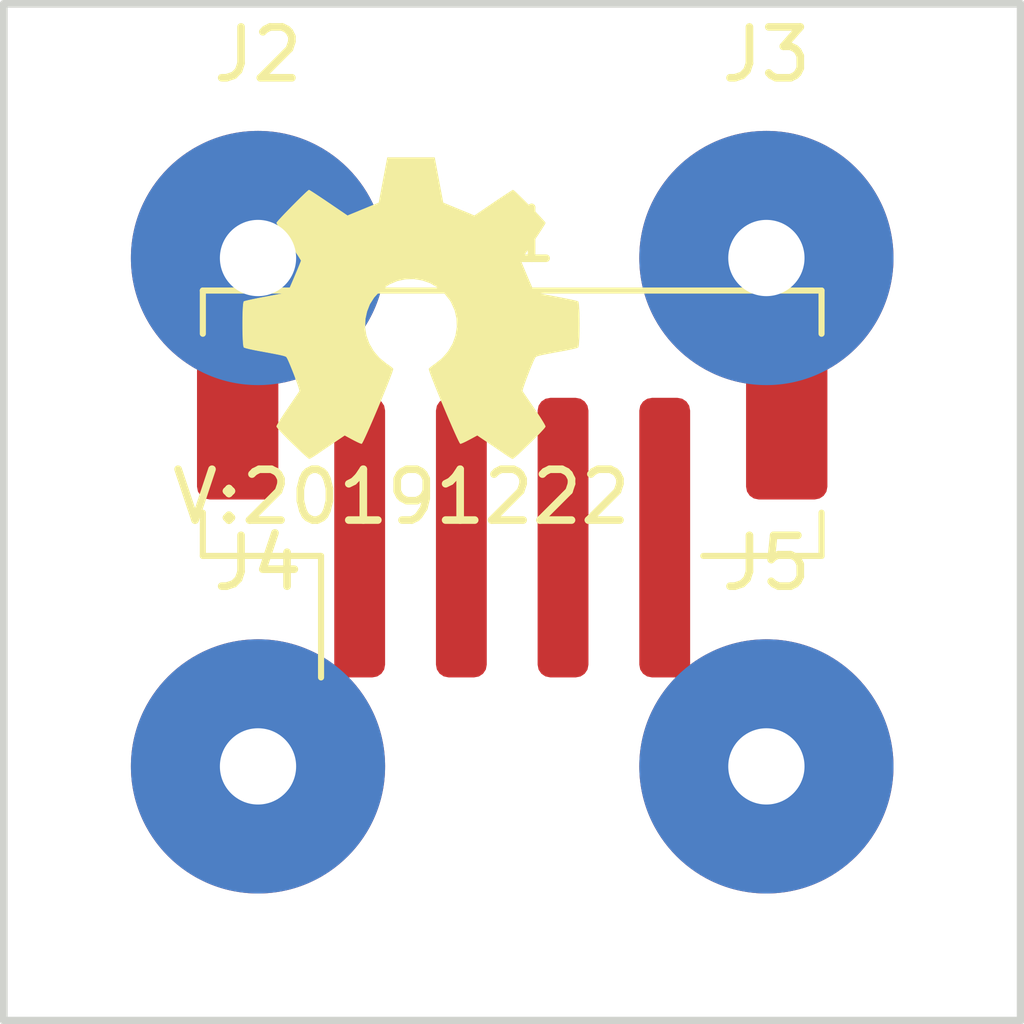
<source format=kicad_pcb>
(kicad_pcb (version 20171130) (host pcbnew 5.1.5-52549c5~84~ubuntu18.04.1)

  (general
    (thickness 1.6)
    (drawings 4)
    (tracks 0)
    (zones 0)
    (modules 7)
    (nets 5)
  )

  (page A4)
  (layers
    (0 F.Cu signal)
    (31 B.Cu signal)
    (32 B.Adhes user)
    (33 F.Adhes user)
    (34 B.Paste user)
    (35 F.Paste user)
    (36 B.SilkS user)
    (37 F.SilkS user)
    (38 B.Mask user)
    (39 F.Mask user)
    (40 Dwgs.User user)
    (41 Cmts.User user)
    (42 Eco1.User user)
    (43 Eco2.User user)
    (44 Edge.Cuts user)
    (45 Margin user)
    (46 B.CrtYd user)
    (47 F.CrtYd user)
    (48 B.Fab user)
    (49 F.Fab user)
  )

  (setup
    (last_trace_width 0.1524)
    (user_trace_width 0.1524)
    (user_trace_width 0.2)
    (user_trace_width 0.3)
    (user_trace_width 0.4)
    (user_trace_width 0.6)
    (user_trace_width 1)
    (user_trace_width 1.5)
    (user_trace_width 2)
    (trace_clearance 0.1524)
    (zone_clearance 0.508)
    (zone_45_only no)
    (trace_min 0.1524)
    (via_size 0.381)
    (via_drill 0.254)
    (via_min_size 0.381)
    (via_min_drill 0.254)
    (user_via 0.4 0.254)
    (user_via 0.6 0.4)
    (user_via 0.8 0.6)
    (user_via 1 0.8)
    (user_via 1.3 1)
    (user_via 1.5 1.2)
    (user_via 1.7 1.4)
    (user_via 1.9 1.6)
    (uvia_size 0.381)
    (uvia_drill 0.254)
    (uvias_allowed no)
    (uvia_min_size 0.381)
    (uvia_min_drill 0.254)
    (edge_width 0.15)
    (segment_width 0.2)
    (pcb_text_width 0.3)
    (pcb_text_size 1.5 1.5)
    (mod_edge_width 0.15)
    (mod_text_size 1 1)
    (mod_text_width 0.15)
    (pad_size 1.524 1.524)
    (pad_drill 0.762)
    (pad_to_mask_clearance 0.1)
    (solder_mask_min_width 0.1)
    (aux_axis_origin 0 0)
    (visible_elements FFFFFF7F)
    (pcbplotparams
      (layerselection 0x010fc_ffffffff)
      (usegerberextensions true)
      (usegerberattributes false)
      (usegerberadvancedattributes false)
      (creategerberjobfile false)
      (excludeedgelayer true)
      (linewidth 0.100000)
      (plotframeref false)
      (viasonmask false)
      (mode 1)
      (useauxorigin false)
      (hpglpennumber 1)
      (hpglpenspeed 20)
      (hpglpendiameter 15.000000)
      (psnegative false)
      (psa4output false)
      (plotreference true)
      (plotvalue true)
      (plotinvisibletext false)
      (padsonsilk false)
      (subtractmaskfromsilk false)
      (outputformat 1)
      (mirror false)
      (drillshape 0)
      (scaleselection 1)
      (outputdirectory "OSH_Park_2_layer_plots"))
  )

  (net 0 "")
  (net 1 /Electrode_B2)
  (net 2 /Electrode_A2)
  (net 3 /Electrode_B1)
  (net 4 /Electrode_A1)

  (net_class Default "This is the default net class."
    (clearance 0.1524)
    (trace_width 0.1524)
    (via_dia 0.381)
    (via_drill 0.254)
    (uvia_dia 0.381)
    (uvia_drill 0.254)
    (add_net /Electrode_A1)
    (add_net /Electrode_A2)
    (add_net /Electrode_B1)
    (add_net /Electrode_B2)
  )

  (module Connector_JST:JST_PH_B4B-PH-SM4-TB_1x04-1MP_P2.00mm_Vertical (layer F.Cu) (tedit 5B78AD87) (tstamp 5E005AD7)
    (at 150 105)
    (descr "JST PH series connector, B4B-PH-SM4-TB (http://www.jst-mfg.com/product/pdf/eng/ePH.pdf), generated with kicad-footprint-generator")
    (tags "connector JST PH side entry")
    (path /5DFFF607)
    (attr smd)
    (fp_text reference J1 (at 0 -5.45) (layer F.SilkS)
      (effects (font (size 1 1) (thickness 0.15)))
    )
    (fp_text value Conn_01x04 (at 0 4.45) (layer F.Fab)
      (effects (font (size 1 1) (thickness 0.15)))
    )
    (fp_text user %R (at 0 -1) (layer F.Fab)
      (effects (font (size 1 1) (thickness 0.15)))
    )
    (fp_line (start -3 0.042893) (end -2.5 0.75) (layer F.Fab) (width 0.1))
    (fp_line (start -3.5 0.75) (end -3 0.042893) (layer F.Fab) (width 0.1))
    (fp_line (start 6.7 -4.75) (end -6.7 -4.75) (layer F.CrtYd) (width 0.05))
    (fp_line (start 6.7 3.75) (end 6.7 -4.75) (layer F.CrtYd) (width 0.05))
    (fp_line (start -6.7 3.75) (end 6.7 3.75) (layer F.CrtYd) (width 0.05))
    (fp_line (start -6.7 -4.75) (end -6.7 3.75) (layer F.CrtYd) (width 0.05))
    (fp_line (start 3.25 -2.75) (end 2.75 -2.75) (layer F.Fab) (width 0.1))
    (fp_line (start 3.25 -2.25) (end 3.25 -2.75) (layer F.Fab) (width 0.1))
    (fp_line (start 2.75 -2.25) (end 3.25 -2.25) (layer F.Fab) (width 0.1))
    (fp_line (start 2.75 -2.75) (end 2.75 -2.25) (layer F.Fab) (width 0.1))
    (fp_line (start 1.25 -2.75) (end 0.75 -2.75) (layer F.Fab) (width 0.1))
    (fp_line (start 1.25 -2.25) (end 1.25 -2.75) (layer F.Fab) (width 0.1))
    (fp_line (start 0.75 -2.25) (end 1.25 -2.25) (layer F.Fab) (width 0.1))
    (fp_line (start 0.75 -2.75) (end 0.75 -2.25) (layer F.Fab) (width 0.1))
    (fp_line (start -0.75 -2.75) (end -1.25 -2.75) (layer F.Fab) (width 0.1))
    (fp_line (start -0.75 -2.25) (end -0.75 -2.75) (layer F.Fab) (width 0.1))
    (fp_line (start -1.25 -2.25) (end -0.75 -2.25) (layer F.Fab) (width 0.1))
    (fp_line (start -1.25 -2.75) (end -1.25 -2.25) (layer F.Fab) (width 0.1))
    (fp_line (start -2.75 -2.75) (end -3.25 -2.75) (layer F.Fab) (width 0.1))
    (fp_line (start -2.75 -2.25) (end -2.75 -2.75) (layer F.Fab) (width 0.1))
    (fp_line (start -3.25 -2.25) (end -2.75 -2.25) (layer F.Fab) (width 0.1))
    (fp_line (start -3.25 -2.75) (end -3.25 -2.25) (layer F.Fab) (width 0.1))
    (fp_line (start 5.975 0.75) (end 5.975 -4.25) (layer F.Fab) (width 0.1))
    (fp_line (start -5.975 0.75) (end -5.975 -4.25) (layer F.Fab) (width 0.1))
    (fp_line (start -5.975 -4.25) (end 5.975 -4.25) (layer F.Fab) (width 0.1))
    (fp_line (start 6.085 -4.36) (end 6.085 -3.51) (layer F.SilkS) (width 0.12))
    (fp_line (start -6.085 -4.36) (end 6.085 -4.36) (layer F.SilkS) (width 0.12))
    (fp_line (start -6.085 -3.51) (end -6.085 -4.36) (layer F.SilkS) (width 0.12))
    (fp_line (start 6.085 0.86) (end 3.76 0.86) (layer F.SilkS) (width 0.12))
    (fp_line (start 6.085 0.01) (end 6.085 0.86) (layer F.SilkS) (width 0.12))
    (fp_line (start -3.76 0.86) (end -3.76 3.25) (layer F.SilkS) (width 0.12))
    (fp_line (start -6.085 0.86) (end -3.76 0.86) (layer F.SilkS) (width 0.12))
    (fp_line (start -6.085 0.01) (end -6.085 0.86) (layer F.SilkS) (width 0.12))
    (fp_line (start -5.975 0.75) (end 5.975 0.75) (layer F.Fab) (width 0.1))
    (pad MP smd roundrect (at 5.4 -1.75) (size 1.6 3) (layers F.Cu F.Paste F.Mask) (roundrect_rratio 0.15625))
    (pad MP smd roundrect (at -5.4 -1.75) (size 1.6 3) (layers F.Cu F.Paste F.Mask) (roundrect_rratio 0.15625))
    (pad 4 smd roundrect (at 3 0.5) (size 1 5.5) (layers F.Cu F.Paste F.Mask) (roundrect_rratio 0.25)
      (net 1 /Electrode_B2))
    (pad 3 smd roundrect (at 1 0.5) (size 1 5.5) (layers F.Cu F.Paste F.Mask) (roundrect_rratio 0.25)
      (net 2 /Electrode_A2))
    (pad 2 smd roundrect (at -1 0.5) (size 1 5.5) (layers F.Cu F.Paste F.Mask) (roundrect_rratio 0.25)
      (net 3 /Electrode_B1))
    (pad 1 smd roundrect (at -3 0.5) (size 1 5.5) (layers F.Cu F.Paste F.Mask) (roundrect_rratio 0.25)
      (net 4 /Electrode_A1))
    (model ${KISYS3DMOD}/Connector_JST.3dshapes/JST_PH_B4B-PH-SM4-TB_1x04-1MP_P2.00mm_Vertical.wrl
      (at (xyz 0 0 0))
      (scale (xyz 1 1 1))
      (rotate (xyz 0 0 0))
    )
  )

  (module SquantorSpecial:hugepad_50X15hole (layer F.Cu) (tedit 5DFFF843) (tstamp 5E005AEB)
    (at 155 110)
    (path /5E0025EA)
    (fp_text reference J5 (at 0 -4) (layer F.SilkS)
      (effects (font (size 1 1) (thickness 0.15)))
    )
    (fp_text value Electrode_B2 (at 0 4) (layer F.Fab)
      (effects (font (size 1 1) (thickness 0.15)))
    )
    (pad 1 thru_hole circle (at 0 0) (size 5 5) (drill 1.5) (layers *.Cu *.Mask)
      (net 1 /Electrode_B2))
  )

  (module SquantorSpecial:hugepad_50X15hole (layer F.Cu) (tedit 5DFFF843) (tstamp 5E005AE6)
    (at 145 110)
    (path /5E002221)
    (fp_text reference J4 (at 0 -4) (layer F.SilkS)
      (effects (font (size 1 1) (thickness 0.15)))
    )
    (fp_text value Electrode_A2 (at 0 4) (layer F.Fab)
      (effects (font (size 1 1) (thickness 0.15)))
    )
    (pad 1 thru_hole circle (at 0 0) (size 5 5) (drill 1.5) (layers *.Cu *.Mask)
      (net 2 /Electrode_A2))
  )

  (module SquantorSpecial:hugepad_50X15hole (layer F.Cu) (tedit 5DFFF843) (tstamp 5E005AE1)
    (at 155 100)
    (path /5E001D70)
    (fp_text reference J3 (at 0 -4) (layer F.SilkS)
      (effects (font (size 1 1) (thickness 0.15)))
    )
    (fp_text value Electrode_B1 (at 0 4) (layer F.Fab)
      (effects (font (size 1 1) (thickness 0.15)))
    )
    (pad 1 thru_hole circle (at 0 0) (size 5 5) (drill 1.5) (layers *.Cu *.Mask)
      (net 3 /Electrode_B1))
  )

  (module SquantorSpecial:hugepad_50X15hole (layer F.Cu) (tedit 5DFFF843) (tstamp 5E005ADC)
    (at 145 100)
    (path /5E001410)
    (fp_text reference J2 (at 0 -4) (layer F.SilkS)
      (effects (font (size 1 1) (thickness 0.15)))
    )
    (fp_text value Electrode_A1 (at 0 4) (layer F.Fab)
      (effects (font (size 1 1) (thickness 0.15)))
    )
    (pad 1 thru_hole circle (at 0 0) (size 5 5) (drill 1.5) (layers *.Cu *.Mask)
      (net 4 /Electrode_A1))
  )

  (module Symbols:OSHW-Symbol_6.7x6mm_SilkScreen (layer F.Cu) (tedit 0) (tstamp 5A135134)
    (at 148 101)
    (descr "Open Source Hardware Symbol")
    (tags "Logo Symbol OSHW")
    (path /5A135869)
    (attr virtual)
    (fp_text reference N1 (at 0 0) (layer F.SilkS) hide
      (effects (font (size 1 1) (thickness 0.15)))
    )
    (fp_text value OHWLOGO (at 0.75 0) (layer F.Fab) hide
      (effects (font (size 1 1) (thickness 0.15)))
    )
    (fp_poly (pts (xy 0.555814 -2.531069) (xy 0.639635 -2.086445) (xy 0.94892 -1.958947) (xy 1.258206 -1.831449)
      (xy 1.629246 -2.083754) (xy 1.733157 -2.154004) (xy 1.827087 -2.216728) (xy 1.906652 -2.269062)
      (xy 1.96747 -2.308143) (xy 2.005157 -2.331107) (xy 2.015421 -2.336058) (xy 2.03391 -2.323324)
      (xy 2.07342 -2.288118) (xy 2.129522 -2.234938) (xy 2.197787 -2.168282) (xy 2.273786 -2.092646)
      (xy 2.353092 -2.012528) (xy 2.431275 -1.932426) (xy 2.503907 -1.856836) (xy 2.566559 -1.790255)
      (xy 2.614803 -1.737182) (xy 2.64421 -1.702113) (xy 2.651241 -1.690377) (xy 2.641123 -1.66874)
      (xy 2.612759 -1.621338) (xy 2.569129 -1.552807) (xy 2.513218 -1.467785) (xy 2.448006 -1.370907)
      (xy 2.410219 -1.31565) (xy 2.341343 -1.214752) (xy 2.28014 -1.123701) (xy 2.229578 -1.04703)
      (xy 2.192628 -0.989272) (xy 2.172258 -0.954957) (xy 2.169197 -0.947746) (xy 2.176136 -0.927252)
      (xy 2.195051 -0.879487) (xy 2.223087 -0.811168) (xy 2.257391 -0.729011) (xy 2.295109 -0.63973)
      (xy 2.333387 -0.550042) (xy 2.36937 -0.466662) (xy 2.400206 -0.396306) (xy 2.423039 -0.34569)
      (xy 2.435017 -0.321529) (xy 2.435724 -0.320578) (xy 2.454531 -0.315964) (xy 2.504618 -0.305672)
      (xy 2.580793 -0.290713) (xy 2.677865 -0.272099) (xy 2.790643 -0.250841) (xy 2.856442 -0.238582)
      (xy 2.97695 -0.215638) (xy 3.085797 -0.193805) (xy 3.177476 -0.174278) (xy 3.246481 -0.158252)
      (xy 3.287304 -0.146921) (xy 3.295511 -0.143326) (xy 3.303548 -0.118994) (xy 3.310033 -0.064041)
      (xy 3.31497 0.015108) (xy 3.318364 0.112026) (xy 3.320218 0.220287) (xy 3.320538 0.333465)
      (xy 3.319327 0.445135) (xy 3.31659 0.548868) (xy 3.312331 0.638241) (xy 3.306555 0.706826)
      (xy 3.299267 0.748197) (xy 3.294895 0.75681) (xy 3.268764 0.767133) (xy 3.213393 0.781892)
      (xy 3.136107 0.799352) (xy 3.04423 0.81778) (xy 3.012158 0.823741) (xy 2.857524 0.852066)
      (xy 2.735375 0.874876) (xy 2.641673 0.89308) (xy 2.572384 0.907583) (xy 2.523471 0.919292)
      (xy 2.490897 0.929115) (xy 2.470628 0.937956) (xy 2.458626 0.946724) (xy 2.456947 0.948457)
      (xy 2.440184 0.976371) (xy 2.414614 1.030695) (xy 2.382788 1.104777) (xy 2.34726 1.191965)
      (xy 2.310583 1.285608) (xy 2.275311 1.379052) (xy 2.243996 1.465647) (xy 2.219193 1.53874)
      (xy 2.203454 1.591678) (xy 2.199332 1.617811) (xy 2.199676 1.618726) (xy 2.213641 1.640086)
      (xy 2.245322 1.687084) (xy 2.291391 1.754827) (xy 2.348518 1.838423) (xy 2.413373 1.932982)
      (xy 2.431843 1.959854) (xy 2.497699 2.057275) (xy 2.55565 2.146163) (xy 2.602538 2.221412)
      (xy 2.635207 2.27792) (xy 2.6505 2.310581) (xy 2.651241 2.314593) (xy 2.638392 2.335684)
      (xy 2.602888 2.377464) (xy 2.549293 2.435445) (xy 2.482171 2.505135) (xy 2.406087 2.582045)
      (xy 2.325604 2.661683) (xy 2.245287 2.739561) (xy 2.169699 2.811186) (xy 2.103405 2.87207)
      (xy 2.050969 2.917721) (xy 2.016955 2.94365) (xy 2.007545 2.947883) (xy 1.985643 2.937912)
      (xy 1.9408 2.91102) (xy 1.880321 2.871736) (xy 1.833789 2.840117) (xy 1.749475 2.782098)
      (xy 1.649626 2.713784) (xy 1.549473 2.645579) (xy 1.495627 2.609075) (xy 1.313371 2.4858)
      (xy 1.160381 2.56852) (xy 1.090682 2.604759) (xy 1.031414 2.632926) (xy 0.991311 2.648991)
      (xy 0.981103 2.651226) (xy 0.968829 2.634722) (xy 0.944613 2.588082) (xy 0.910263 2.515609)
      (xy 0.867588 2.421606) (xy 0.818394 2.310374) (xy 0.76449 2.186215) (xy 0.707684 2.053432)
      (xy 0.649782 1.916327) (xy 0.592593 1.779202) (xy 0.537924 1.646358) (xy 0.487584 1.522098)
      (xy 0.44338 1.410725) (xy 0.407119 1.316539) (xy 0.380609 1.243844) (xy 0.365658 1.196941)
      (xy 0.363254 1.180833) (xy 0.382311 1.160286) (xy 0.424036 1.126933) (xy 0.479706 1.087702)
      (xy 0.484378 1.084599) (xy 0.628264 0.969423) (xy 0.744283 0.835053) (xy 0.83143 0.685784)
      (xy 0.888699 0.525913) (xy 0.915086 0.359737) (xy 0.909585 0.191552) (xy 0.87119 0.025655)
      (xy 0.798895 -0.133658) (xy 0.777626 -0.168513) (xy 0.666996 -0.309263) (xy 0.536302 -0.422286)
      (xy 0.390064 -0.506997) (xy 0.232808 -0.562806) (xy 0.069057 -0.589126) (xy -0.096667 -0.58537)
      (xy -0.259838 -0.55095) (xy -0.415935 -0.485277) (xy -0.560433 -0.387765) (xy -0.605131 -0.348187)
      (xy -0.718888 -0.224297) (xy -0.801782 -0.093876) (xy -0.858644 0.052315) (xy -0.890313 0.197088)
      (xy -0.898131 0.35986) (xy -0.872062 0.52344) (xy -0.814755 0.682298) (xy -0.728856 0.830906)
      (xy -0.617014 0.963735) (xy -0.481877 1.075256) (xy -0.464117 1.087011) (xy -0.40785 1.125508)
      (xy -0.365077 1.158863) (xy -0.344628 1.18016) (xy -0.344331 1.180833) (xy -0.348721 1.203871)
      (xy -0.366124 1.256157) (xy -0.394732 1.33339) (xy -0.432735 1.431268) (xy -0.478326 1.545491)
      (xy -0.529697 1.671758) (xy -0.585038 1.805767) (xy -0.642542 1.943218) (xy -0.700399 2.079808)
      (xy -0.756802 2.211237) (xy -0.809942 2.333205) (xy -0.85801 2.441409) (xy -0.899199 2.531549)
      (xy -0.931699 2.599323) (xy -0.953703 2.64043) (xy -0.962564 2.651226) (xy -0.98964 2.642819)
      (xy -1.040303 2.620272) (xy -1.105817 2.587613) (xy -1.141841 2.56852) (xy -1.294832 2.4858)
      (xy -1.477088 2.609075) (xy -1.570125 2.672228) (xy -1.671985 2.741727) (xy -1.767438 2.807165)
      (xy -1.81525 2.840117) (xy -1.882495 2.885273) (xy -1.939436 2.921057) (xy -1.978646 2.942938)
      (xy -1.991381 2.947563) (xy -2.009917 2.935085) (xy -2.050941 2.900252) (xy -2.110475 2.846678)
      (xy -2.184542 2.777983) (xy -2.269165 2.697781) (xy -2.322685 2.646286) (xy -2.416319 2.554286)
      (xy -2.497241 2.471999) (xy -2.562177 2.402945) (xy -2.607858 2.350644) (xy -2.631011 2.318616)
      (xy -2.633232 2.312116) (xy -2.622924 2.287394) (xy -2.594439 2.237405) (xy -2.550937 2.167212)
      (xy -2.495577 2.081875) (xy -2.43152 1.986456) (xy -2.413303 1.959854) (xy -2.346927 1.863167)
      (xy -2.287378 1.776117) (xy -2.237984 1.703595) (xy -2.202075 1.650493) (xy -2.182981 1.621703)
      (xy -2.181136 1.618726) (xy -2.183895 1.595782) (xy -2.198538 1.545336) (xy -2.222513 1.474041)
      (xy -2.253266 1.388547) (xy -2.288244 1.295507) (xy -2.324893 1.201574) (xy -2.360661 1.113399)
      (xy -2.392994 1.037634) (xy -2.419338 0.980931) (xy -2.437142 0.949943) (xy -2.438407 0.948457)
      (xy -2.449294 0.939601) (xy -2.467682 0.930843) (xy -2.497606 0.921277) (xy -2.543103 0.909996)
      (xy -2.608209 0.896093) (xy -2.696961 0.878663) (xy -2.813393 0.856798) (xy -2.961542 0.829591)
      (xy -2.993618 0.823741) (xy -3.088686 0.805374) (xy -3.171565 0.787405) (xy -3.23493 0.771569)
      (xy -3.271458 0.7596) (xy -3.276356 0.75681) (xy -3.284427 0.732072) (xy -3.290987 0.67679)
      (xy -3.296033 0.597389) (xy -3.299559 0.500296) (xy -3.301561 0.391938) (xy -3.302036 0.27874)
      (xy -3.300977 0.167128) (xy -3.298382 0.063529) (xy -3.294246 -0.025632) (xy -3.288563 -0.093928)
      (xy -3.281331 -0.134934) (xy -3.276971 -0.143326) (xy -3.252698 -0.151792) (xy -3.197426 -0.165565)
      (xy -3.116662 -0.18345) (xy -3.015912 -0.204252) (xy -2.900683 -0.226777) (xy -2.837902 -0.238582)
      (xy -2.718787 -0.260849) (xy -2.612565 -0.281021) (xy -2.524427 -0.298085) (xy -2.459566 -0.311031)
      (xy -2.423174 -0.318845) (xy -2.417184 -0.320578) (xy -2.407061 -0.34011) (xy -2.385662 -0.387157)
      (xy -2.355839 -0.454997) (xy -2.320445 -0.536909) (xy -2.282332 -0.626172) (xy -2.244353 -0.716065)
      (xy -2.20936 -0.799865) (xy -2.180206 -0.870853) (xy -2.159743 -0.922306) (xy -2.150823 -0.947503)
      (xy -2.150657 -0.948604) (xy -2.160769 -0.968481) (xy -2.189117 -1.014223) (xy -2.232723 -1.081283)
      (xy -2.288606 -1.165116) (xy -2.353787 -1.261174) (xy -2.391679 -1.31635) (xy -2.460725 -1.417519)
      (xy -2.52205 -1.50937) (xy -2.572663 -1.587256) (xy -2.609571 -1.646531) (xy -2.629782 -1.682549)
      (xy -2.632701 -1.690623) (xy -2.620153 -1.709416) (xy -2.585463 -1.749543) (xy -2.533063 -1.806507)
      (xy -2.467384 -1.875815) (xy -2.392856 -1.952969) (xy -2.313913 -2.033475) (xy -2.234983 -2.112837)
      (xy -2.1605 -2.18656) (xy -2.094894 -2.250148) (xy -2.042596 -2.299106) (xy -2.008039 -2.328939)
      (xy -1.996478 -2.336058) (xy -1.977654 -2.326047) (xy -1.932631 -2.297922) (xy -1.865787 -2.254546)
      (xy -1.781499 -2.198782) (xy -1.684144 -2.133494) (xy -1.610707 -2.083754) (xy -1.239667 -1.831449)
      (xy -0.621095 -2.086445) (xy -0.537275 -2.531069) (xy -0.453454 -2.975693) (xy 0.471994 -2.975693)
      (xy 0.555814 -2.531069)) (layer F.SilkS) (width 0.01))
  )

  (module SquantorLabels:Label_version (layer F.Cu) (tedit 5B5A1E49) (tstamp 5B96DD88)
    (at 148.9 104.8)
    (path /5A1357A5)
    (fp_text reference N2 (at 0 1.4) (layer F.Fab) hide
      (effects (font (size 1 1) (thickness 0.15)))
    )
    (fp_text value 20191222 (at -0.4 -0.1) (layer F.SilkS)
      (effects (font (size 1 1) (thickness 0.15)))
    )
    (fp_text user V: (at -4.9 -0.1) (layer F.SilkS)
      (effects (font (size 1 1) (thickness 0.15)))
    )
  )

  (gr_line (start 140 115) (end 140 95) (layer Edge.Cuts) (width 0.15) (tstamp 5E005A72))
  (gr_line (start 160 115) (end 140 115) (layer Edge.Cuts) (width 0.15))
  (gr_line (start 160 95) (end 160 115) (layer Edge.Cuts) (width 0.15))
  (gr_line (start 140 95) (end 160 95) (layer Edge.Cuts) (width 0.15))

)

</source>
